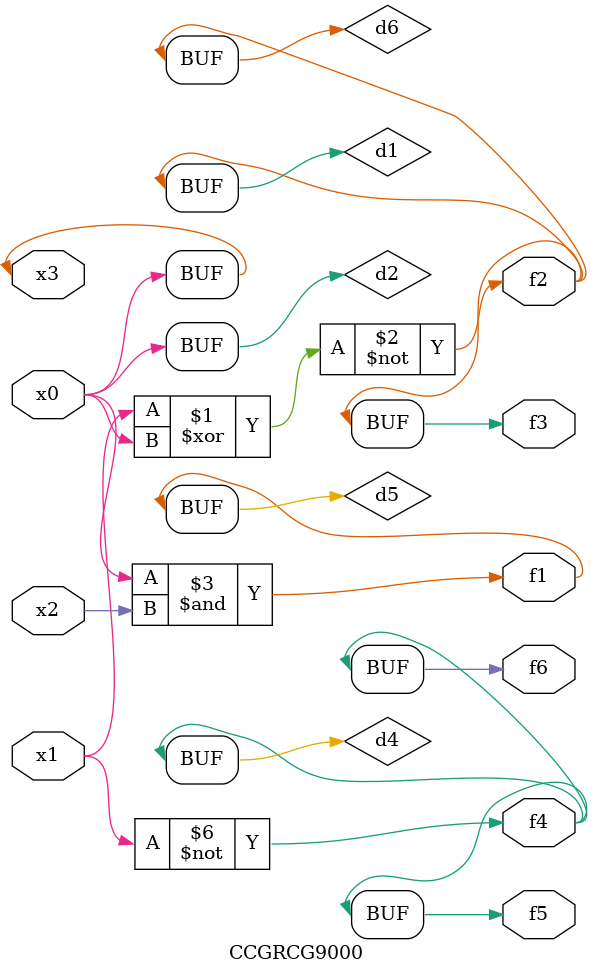
<source format=v>
module CCGRCG9000(
	input x0, x1, x2, x3,
	output f1, f2, f3, f4, f5, f6
);

	wire d1, d2, d3, d4, d5, d6;

	xnor (d1, x1, x3);
	buf (d2, x0, x3);
	nand (d3, x0, x2);
	not (d4, x1);
	nand (d5, d3);
	or (d6, d1);
	assign f1 = d5;
	assign f2 = d6;
	assign f3 = d6;
	assign f4 = d4;
	assign f5 = d4;
	assign f6 = d4;
endmodule

</source>
